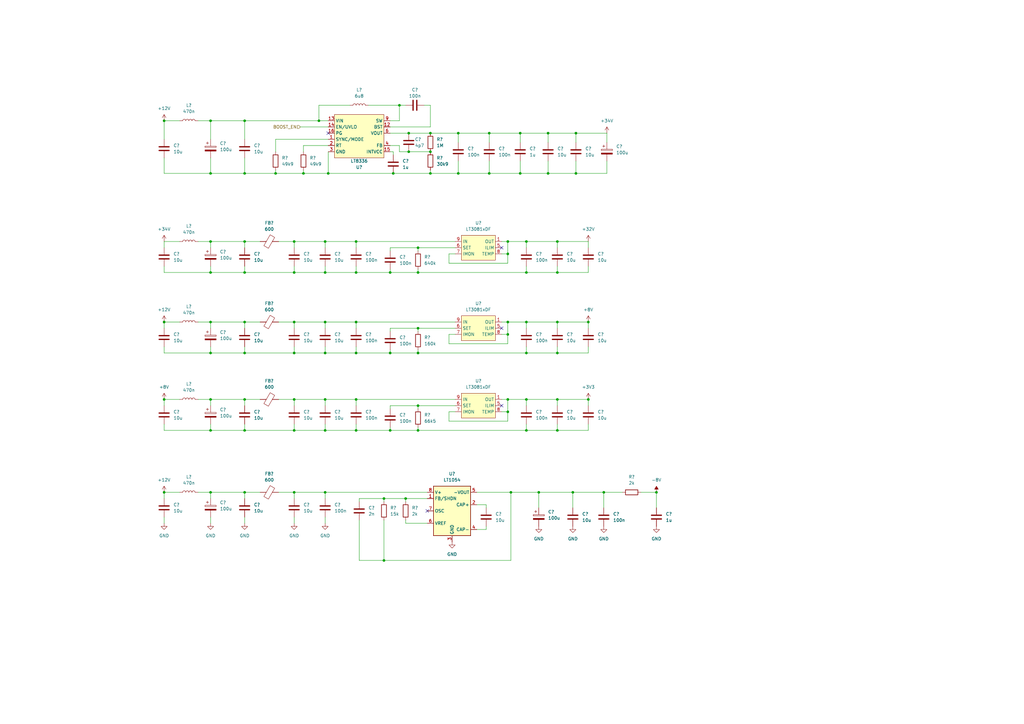
<source format=kicad_sch>
(kicad_sch (version 20211123) (generator eeschema)
  (paper "A3")
  (title_block (title "Usilitel") (date "2022-07-12") (rev "0.1") (company "M-Labs") (comment 1 "Wideband power amplifier") (comment 3 "a.k.a. topquark12") (comment 4 "Alex Wong Tat Hang"))
  (lib_symbols
    (symbol "Device:C" (pin_numbers hide) (pin_names (offset 0.254))
      (property "Reference" "C" (at 0.635 2.54 0))
      (property "Value" "C" (at 0.635 -2.54 0))
      (symbol "C_0_1"
        (polyline (pts (xy -2.032 -0.762) (xy 2.032 -0.762)) (stroke (width 0.508)))
        (polyline (pts (xy -2.032 0.762) (xy 2.032 0.762)) (stroke (width 0.508)))
      )
      (symbol "C_1_1"
        (pin passive line (at 0 3.81 270) (length 2.794) (name "~") (number "1"))
        (pin passive line (at 0 -3.81 90) (length 2.794) (name "~") (number "2"))
      )
    )
    (symbol "Device:C_Polarized" (pin_numbers hide) (pin_names (offset 0.254))
      (property "Reference" "C" (at 0.635 2.54 0))
      (property "Value" "C_Polarized" (at 0.635 -2.54 0))
      (symbol "C_Polarized_0_1"
        (rectangle (start -2.286 0.508) (end 2.286 1.016))
        (polyline (pts (xy -1.778 2.286) (xy -0.762 2.286)))
        (polyline (pts (xy -1.27 2.794) (xy -1.27 1.778)))
        (rectangle (start 2.286 -0.508) (end -2.286 -1.016) (fill (type outline)))
      )
      (symbol "C_Polarized_1_1"
        (pin passive line (at 0 3.81 270) (length 2.794) (name "~") (number "1"))
        (pin passive line (at 0 -3.81 90) (length 2.794) (name "~") (number "2"))
      )
    )
    (symbol "Device:FerriteBead" (pin_numbers hide) (pin_names (offset 0))
      (property "Reference" "FB" (at -3.81 0.635 90))
      (property "Value" "FerriteBead" (at 3.81 0 90))
      (symbol "FerriteBead_0_1"
        (polyline (pts (xy 0 -1.27) (xy 0 -1.2192)))
        (polyline (pts (xy 0 1.27) (xy 0 1.2954)))
        (polyline (pts (xy -2.7686 0.4064) (xy -1.7018 2.2606) (xy 2.7686 -0.3048) (xy 1.6764 -2.159) (xy -2.7686 0.4064)))
      )
      (symbol "FerriteBead_1_1"
        (pin passive line (at 0 3.81 270) (length 2.54) (name "~") (number "1"))
        (pin passive line (at 0 -3.81 90) (length 2.54) (name "~") (number "2"))
      )
    )
    (symbol "Device:L" (pin_numbers hide) (pin_names (offset 1.016) hide)
      (property "Reference" "L" (at -1.27 0 90))
      (property "Value" "L" (at 1.905 0 90))
      (symbol "L_0_1"
        (arc (start 0 -2.54) (mid 0.635 -1.905) (end 0 -1.27))
        (arc (start 0 -1.27) (mid 0.635 -0.635) (end 0 0))
        (arc (start 0 0) (mid 0.635 0.635) (end 0 1.27))
        (arc (start 0 1.27) (mid 0.635 1.905) (end 0 2.54))
      )
      (symbol "L_1_1"
        (pin passive line (at 0 3.81 270) (length 1.27) (name "1") (number "1"))
        (pin passive line (at 0 -3.81 90) (length 1.27) (name "2") (number "2"))
      )
    )
    (symbol "Device:R" (pin_numbers hide) (pin_names (offset 0))
      (property "Reference" "R" (at 2.032 0 90))
      (property "Value" "R" (at 0 0 90))
      (symbol "R_0_1"
        (rectangle (start -1.016 -2.54) (end 1.016 2.54) (stroke (width 0.254)))
      )
      (symbol "R_1_1"
        (pin passive line (at 0 3.81 270) (length 1.27) (name "~") (number "1"))
        (pin passive line (at 0 -3.81 90) (length 1.27) (name "~") (number "2"))
      )
    )
    (symbol "Regulator_SwitchedCapacitor:LT1054"
      (property "Reference" "U" (at -6.604 11.176 0))
      (property "Value" "LT1054" (at 4.318 11.176 0))
      (symbol "LT1054_0_1"
        (rectangle (start -7.62 10.16) (end 7.62 -10.16) (stroke (width 0.254)) (fill (type background)))
      )
      (symbol "LT1054_1_1"
        (pin input line (at -10.16 5.08 0) (length 2.54) (name "FB/SHDN") (number "1"))
        (pin input line (at 10.16 2.54 180) (length 2.54) (name "CAP+") (number "2"))
        (pin power_in line (at 0 -12.7 90) (length 2.54) (name "GND") (number "3"))
        (pin input line (at 10.16 -7.62 180) (length 2.54) (name "CAP-") (number "4"))
        (pin power_out line (at 10.16 7.62 180) (length 2.54) (name "-VOUT") (number "5"))
        (pin output line (at -10.16 -5.08 0) (length 2.54) (name "VREF") (number "6"))
        (pin input line (at -10.16 0 0) (length 2.54) (name "OSC") (number "7"))
        (pin power_in line (at -10.16 7.62 0) (length 2.54) (name "V+") (number "8"))
      )
    )
    (symbol "power:+12V" (power) (pin_names (offset 0))
      (property "Value" "+12V" (at 0 3.556 0))
      (symbol "+12V_0_1"
        (polyline (pts (xy -0.762 1.27) (xy 0 2.54)))
        (polyline (pts (xy 0 0) (xy 0 2.54)))
        (polyline (pts (xy 0 2.54) (xy 0.762 1.27)))
      )
      (symbol "+12V_1_1"
        (pin power_in line (at 0 0 90) (length 0) hide (name "+12V") (number "1"))
      )
    )
    (symbol "power:+3V3" (power) (pin_names (offset 0))
      (property "Value" "+3V3" (at 0 3.556 0))
      (symbol "+3V3_0_1"
        (polyline (pts (xy -0.762 1.27) (xy 0 2.54)))
        (polyline (pts (xy 0 0) (xy 0 2.54)))
        (polyline (pts (xy 0 2.54) (xy 0.762 1.27)))
      )
      (symbol "+3V3_1_1"
        (pin power_in line (at 0 0 90) (length 0) hide (name "+3V3") (number "1"))
      )
    )
    (symbol "power:+8V" (power) (pin_names (offset 0))
      (property "Value" "+8V" (at 0 3.556 0))
      (symbol "+8V_0_1"
        (polyline (pts (xy -0.762 1.27) (xy 0 2.54)))
        (polyline (pts (xy 0 0) (xy 0 2.54)))
        (polyline (pts (xy 0 2.54) (xy 0.762 1.27)))
      )
      (symbol "+8V_1_1"
        (pin power_in line (at 0 0 90) (length 0) hide (name "+8V") (number "1"))
      )
    )
    (symbol "power:-8V" (power) (pin_names (offset 0))
      (property "Value" "-8V" (at 0 3.81 0))
      (symbol "-8V_0_0"
        (pin power_in line (at 0 0 90) (length 0) hide (name "-8V") (number "1"))
      )
      (symbol "-8V_0_1"
        (polyline (pts (xy 0 0) (xy 0 1.27) (xy 0.762 1.27) (xy 0 2.54) (xy -0.762 1.27) (xy 0 1.27)) (fill (type outline)))
      )
    )
    (symbol "power:GND" (power) (pin_names (offset 0))
      (property "Value" "GND" (at 0 -3.81 0))
      (symbol "GND_0_1"
        (polyline (pts (xy 0 0) (xy 0 -1.27) (xy 1.27 -1.27) (xy 0 -2.54) (xy -1.27 -1.27) (xy 0 -1.27)))
      )
      (symbol "GND_1_1"
        (pin power_in line (at 0 0 270) (length 0) hide (name "GND") (number "1"))
      )
    )
    (symbol "usilitel:+32V" (power) (pin_names (offset 0))
      (property "Value" "+32V" (at 0 3.556 0))
      (symbol "+32V_0_1"
        (polyline (pts (xy -0.762 1.27) (xy 0 2.54)))
        (polyline (pts (xy 0 0) (xy 0 2.54)))
        (polyline (pts (xy 0 2.54) (xy 0.762 1.27)))
      )
      (symbol "+32V_1_1"
        (pin power_in line (at 0 0 90) (length 0) hide (name "+32V") (number "1"))
      )
    )
    (symbol "usilitel:+34V" (power) (pin_names (offset 0))
      (property "Value" "+34V" (at 0 3.556 0))
      (symbol "+34V_0_1"
        (polyline (pts (xy -0.762 1.27) (xy 0 2.54)))
        (polyline (pts (xy 0 0) (xy 0 2.54)))
        (polyline (pts (xy 0 2.54) (xy 0.762 1.27)))
      )
      (symbol "+34V_1_1"
        (pin power_in line (at 0 0 90) (length 0) hide (name "+34V") (number "1"))
      )
    )
    (symbol "usilitel:LT3081xDF"
      (property "Reference" "U" (at 0 -8.89 0))
      (property "Value" "LT3081xDF" (at 0 -6.35 0))
      (symbol "LT3081xDF_0_0"
        (pin power_out line (at 10.16 2.54 180) (length 2.54) (name "OUT") (number "1"))
        (pin power_in line (at -8.89 2.54 0) (length 2.54) hide (name "IN") (number "10"))
        (pin power_in line (at -8.89 2.54 0) (length 2.54) hide (name "IN") (number "11"))
        (pin power_in line (at -8.89 2.54 0) (length 2.54) hide (name "IN") (number "12"))
        (pin passive line (at 10.16 2.54 180) (length 2.54) hide (name "OUT") (number "13"))
        (pin passive line (at 10.16 2.54 180) (length 2.54) hide (name "OUT") (number "2"))
        (pin passive line (at 10.16 2.54 180) (length 2.54) hide (name "OUT") (number "3"))
        (pin passive line (at 10.16 2.54 180) (length 2.54) hide (name "OUT") (number "4"))
        (pin input line (at 10.16 0 180) (length 2.54) (name "ILIM") (number "5"))
        (pin input line (at -8.89 0 0) (length 2.54) (name "SET") (number "6"))
        (pin passive line (at -8.89 -2.54 0) (length 2.54) (name "IMON") (number "7"))
        (pin passive line (at 10.16 -2.54 180) (length 2.54) (name "TEMP") (number "8"))
        (pin power_in line (at -8.89 2.54 0) (length 2.54) (name "IN") (number "9"))
      )
      (symbol "LT3081xDF_0_1"
        (rectangle (start -6.35 5.08) (end 7.62 -5.08) (stroke (width 0.1524)) (fill (type background)))
      )
    )
    (symbol "usilitel:LT8336"
      (property "Reference" "U" (at 0 -15.24 0))
      (property "Value" "LT8336" (at 0 -12.7 0))
      (symbol "LT8336_0_0"
        (pin input line (at -12.7 -2.54 0) (length 2.54) (name "SYNC/MODE") (number "1"))
        (pin input line (at 12.7 5.08 180) (length 2.54) hide (name "SW") (number "10"))
        (pin input line (at 12.7 5.08 180) (length 2.54) hide (name "SW") (number "11"))
        (pin input line (at 12.7 2.54 180) (length 2.54) (name "BST") (number "12"))
        (pin power_in line (at -12.7 5.08 0) (length 2.54) (name "VIN") (number "13"))
        (pin input line (at -12.7 2.54 0) (length 2.54) (name "EN/UVLO") (number "14"))
        (pin output line (at 12.7 -7.62 180) (length 2.54) (name "INTVCC") (number "15"))
        (pin output line (at -12.7 0 0) (length 2.54) (name "PG") (number "16"))
        (pin power_in line (at -12.7 -7.62 0) (length 2.54) hide (name "GND") (number "17"))
        (pin input line (at -12.7 -5.08 0) (length 2.54) (name "RT") (number "2"))
        (pin power_in line (at -12.7 -7.62 0) (length 2.54) (name "GND") (number "3"))
        (pin input line (at 12.7 -5.08 180) (length 2.54) (name "FB") (number "4"))
        (pin power_in line (at -12.7 -7.62 0) (length 2.54) hide (name "GND") (number "5"))
        (pin power_out line (at 12.7 0 180) (length 2.54) (name "VOUT") (number "6"))
        (pin passive line (at 12.7 0 180) (length 2.54) hide (name "VOUT") (number "7"))
        (pin power_in line (at -12.7 -7.62 0) (length 2.54) hide (name "GND") (number "8"))
        (pin input line (at 12.7 5.08 180) (length 2.54) (name "SW") (number "9"))
      )
      (symbol "LT8336_0_1"
        (rectangle (start -10.16 7.62) (end 10.16 -10.16) (fill (type background)))
      )
    )
  )
  (junction (at 200.66 54.61))
  (junction (at 220.98 201.93))
  (junction (at 120.65 111.76))
  (junction (at 228.6 111.76))
  (junction (at 100.33 71.12))
  (junction (at 200.66 71.12))
  (junction (at 209.55 201.93))
  (junction (at 160.02 144.78))
  (junction (at 133.35 144.78))
  (junction (at 161.29 71.12))
  (junction (at 67.31 132.08))
  (junction (at 269.24 201.93))
  (junction (at 166.37 204.47))
  (junction (at 241.3 163.83))
  (junction (at 241.3 132.08))
  (junction (at 86.36 201.93))
  (junction (at 208.28 168.91))
  (junction (at 120.65 176.53))
  (junction (at 146.05 144.78))
  (junction (at 215.9 144.78))
  (junction (at 236.22 71.12))
  (junction (at 208.28 99.06))
  (junction (at 163.83 43.18))
  (junction (at 86.36 144.78))
  (junction (at 228.6 132.08))
  (junction (at 100.33 99.06))
  (junction (at 171.45 176.53))
  (junction (at 234.95 201.93))
  (junction (at 100.33 201.93))
  (junction (at 86.36 111.76))
  (junction (at 171.45 111.76))
  (junction (at 67.31 201.93))
  (junction (at 171.45 144.78))
  (junction (at 100.33 132.08))
  (junction (at 171.45 101.6))
  (junction (at 146.05 99.06))
  (junction (at 167.64 62.23))
  (junction (at 133.35 99.06))
  (junction (at 113.03 71.12))
  (junction (at 213.36 54.61))
  (junction (at 133.35 111.76))
  (junction (at 100.33 111.76))
  (junction (at 160.02 176.53))
  (junction (at 215.9 176.53))
  (junction (at 160.02 111.76))
  (junction (at 86.36 176.53))
  (junction (at 67.31 163.83))
  (junction (at 120.65 163.83))
  (junction (at 236.22 54.61))
  (junction (at 215.9 132.08))
  (junction (at 247.65 201.93))
  (junction (at 86.36 49.53))
  (junction (at 171.45 134.62))
  (junction (at 133.35 176.53))
  (junction (at 146.05 176.53))
  (junction (at 208.28 137.16))
  (junction (at 215.9 111.76))
  (junction (at 228.6 176.53))
  (junction (at 176.53 71.12))
  (junction (at 208.28 104.14))
  (junction (at 146.05 163.83))
  (junction (at 120.65 144.78))
  (junction (at 100.33 176.53))
  (junction (at 86.36 99.06))
  (junction (at 134.62 71.12))
  (junction (at 215.9 163.83))
  (junction (at 157.48 229.87))
  (junction (at 120.65 201.93))
  (junction (at 86.36 163.83))
  (junction (at 224.79 71.12))
  (junction (at 100.33 163.83))
  (junction (at 187.96 71.12))
  (junction (at 100.33 144.78))
  (junction (at 120.65 132.08))
  (junction (at 213.36 71.12))
  (junction (at 215.9 99.06))
  (junction (at 86.36 71.12))
  (junction (at 100.33 49.53))
  (junction (at 176.53 54.61))
  (junction (at 86.36 132.08))
  (junction (at 228.6 99.06))
  (junction (at 167.64 54.61))
  (junction (at 208.28 163.83))
  (junction (at 208.28 132.08))
  (junction (at 157.48 204.47))
  (junction (at 67.31 49.53))
  (junction (at 133.35 163.83))
  (junction (at 228.6 163.83))
  (junction (at 224.79 54.61))
  (junction (at 133.35 201.93))
  (junction (at 171.45 166.37))
  (junction (at 187.96 54.61))
  (junction (at 133.35 132.08))
  (junction (at 228.6 144.78))
  (junction (at 146.05 111.76))
  (junction (at 124.46 71.12))
  (junction (at 176.53 62.23))
  (junction (at 120.65 99.06))
  (junction (at 130.81 49.53))
  (junction (at 146.05 132.08))
  (no_connect (at 205.74 134.62))
  (no_connect (at 134.62 54.61))
  (no_connect (at 175.26 209.55))
  (no_connect (at 205.74 101.6))
  (no_connect (at 205.74 166.37))
  (wire (pts (xy 114.3 201.93) (xy 120.65 201.93)))
  (wire (pts (xy 100.33 99.06) (xy 106.68 99.06)))
  (wire (pts (xy 100.33 144.78) (xy 120.65 144.78)))
  (wire (pts (xy 184.15 168.91) (xy 186.69 168.91)))
  (wire (pts (xy 146.05 111.76) (xy 160.02 111.76)))
  (wire (pts (xy 171.45 134.62) (xy 186.69 134.62)))
  (wire (pts (xy 113.03 57.15) (xy 134.62 57.15)))
  (wire (pts (xy 208.28 104.14) (xy 205.74 104.14)))
  (wire (pts (xy 160.02 135.89) (xy 160.02 134.62)))
  (wire (pts (xy 241.3 176.53) (xy 228.6 176.53)))
  (wire (pts (xy 146.05 163.83) (xy 186.69 163.83)))
  (wire (pts (xy 171.45 176.53) (xy 171.45 175.26)))
  (wire (pts (xy 81.28 49.53) (xy 86.36 49.53)))
  (wire (pts (xy 160.02 102.87) (xy 160.02 101.6)))
  (wire (pts (xy 215.9 101.6) (xy 215.9 99.06)))
  (wire (pts (xy 241.3 111.76) (xy 228.6 111.76)))
  (wire (pts (xy 236.22 54.61) (xy 224.79 54.61)))
  (wire (pts (xy 133.35 163.83) (xy 120.65 163.83)))
  (wire (pts (xy 124.46 71.12) (xy 113.03 71.12)))
  (wire (pts (xy 120.65 201.93) (xy 120.65 204.47)))
  (wire (pts (xy 215.9 163.83) (xy 208.28 163.83)))
  (wire (pts (xy 86.36 49.53) (xy 100.33 49.53)))
  (wire (pts (xy 215.9 173.99) (xy 215.9 176.53)))
  (wire (pts (xy 184.15 137.16) (xy 186.69 137.16)))
  (wire (pts (xy 86.36 176.53) (xy 100.33 176.53)))
  (wire (pts (xy 146.05 101.6) (xy 146.05 99.06)))
  (wire (pts (xy 241.3 142.24) (xy 241.3 144.78)))
  (wire (pts (xy 163.83 43.18) (xy 163.83 49.53)))
  (wire (pts (xy 100.33 163.83) (xy 106.68 163.83)))
  (wire (pts (xy 215.9 142.24) (xy 215.9 144.78)))
  (wire (pts (xy 236.22 54.61) (xy 236.22 58.42)))
  (wire (pts (xy 215.9 134.62) (xy 215.9 132.08)))
  (wire (pts (xy 157.48 204.47) (xy 166.37 204.47)))
  (wire (pts (xy 228.6 142.24) (xy 228.6 144.78)))
  (wire (pts (xy 146.05 176.53) (xy 160.02 176.53)))
  (wire (pts (xy 134.62 62.23) (xy 134.62 71.12)))
  (wire (pts (xy 215.9 132.08) (xy 208.28 132.08)))
  (wire (pts (xy 205.74 163.83) (xy 208.28 163.83)))
  (wire (pts (xy 248.92 58.42) (xy 248.92 54.61)))
  (wire (pts (xy 86.36 71.12) (xy 100.33 71.12)))
  (wire (pts (xy 160.02 54.61) (xy 167.64 54.61)))
  (wire (pts (xy 228.6 101.6) (xy 228.6 99.06)))
  (wire (pts (xy 167.64 54.61) (xy 176.53 54.61)))
  (wire (pts (xy 215.9 176.53) (xy 171.45 176.53)))
  (wire (pts (xy 176.53 69.85) (xy 176.53 71.12)))
  (wire (pts (xy 166.37 204.47) (xy 166.37 205.74)))
  (wire (pts (xy 163.83 59.69) (xy 160.02 59.69)))
  (wire (pts (xy 86.36 111.76) (xy 86.36 109.22)))
  (wire (pts (xy 208.28 172.72) (xy 208.28 168.91)))
  (wire (pts (xy 100.33 176.53) (xy 120.65 176.53)))
  (wire (pts (xy 171.45 101.6) (xy 186.69 101.6)))
  (wire (pts (xy 120.65 144.78) (xy 120.65 142.24)))
  (wire (pts (xy 213.36 54.61) (xy 200.66 54.61)))
  (wire (pts (xy 199.39 207.01) (xy 199.39 208.28)))
  (wire (pts (xy 86.36 214.63) (xy 86.36 212.09)))
  (wire (pts (xy 184.15 104.14) (xy 186.69 104.14)))
  (wire (pts (xy 146.05 163.83) (xy 133.35 163.83)))
  (wire (pts (xy 208.28 132.08) (xy 208.28 137.16)))
  (wire (pts (xy 166.37 204.47) (xy 175.26 204.47)))
  (wire (pts (xy 241.3 109.22) (xy 241.3 111.76)))
  (wire (pts (xy 184.15 140.97) (xy 208.28 140.97)))
  (wire (pts (xy 67.31 132.08) (xy 73.66 132.08)))
  (wire (pts (xy 133.35 144.78) (xy 133.35 142.24)))
  (wire (pts (xy 215.9 166.37) (xy 215.9 163.83)))
  (wire (pts (xy 120.65 176.53) (xy 133.35 176.53)))
  (wire (pts (xy 160.02 167.64) (xy 160.02 166.37)))
  (wire (pts (xy 134.62 71.12) (xy 161.29 71.12)))
  (wire (pts (xy 81.28 201.93) (xy 86.36 201.93)))
  (wire (pts (xy 86.36 134.62) (xy 86.36 132.08)))
  (wire (pts (xy 67.31 163.83) (xy 73.66 163.83)))
  (wire (pts (xy 205.74 99.06) (xy 208.28 99.06)))
  (wire (pts (xy 171.45 166.37) (xy 186.69 166.37)))
  (wire (pts (xy 228.6 176.53) (xy 215.9 176.53)))
  (wire (pts (xy 100.33 111.76) (xy 120.65 111.76)))
  (wire (pts (xy 228.6 111.76) (xy 215.9 111.76)))
  (wire (pts (xy 114.3 99.06) (xy 120.65 99.06)))
  (wire (pts (xy 100.33 201.93) (xy 106.68 201.93)))
  (wire (pts (xy 208.28 168.91) (xy 205.74 168.91)))
  (wire (pts (xy 123.19 52.07) (xy 134.62 52.07)))
  (wire (pts (xy 130.81 49.53) (xy 130.81 43.18)))
  (wire (pts (xy 205.74 132.08) (xy 208.28 132.08)))
  (wire (pts (xy 146.05 111.76) (xy 146.05 109.22)))
  (wire (pts (xy 130.81 49.53) (xy 134.62 49.53)))
  (wire (pts (xy 224.79 54.61) (xy 224.79 58.42)))
  (wire (pts (xy 120.65 176.53) (xy 120.65 173.99)))
  (wire (pts (xy 228.6 99.06) (xy 215.9 99.06)))
  (wire (pts (xy 248.92 66.04) (xy 248.92 71.12)))
  (wire (pts (xy 171.45 102.87) (xy 171.45 101.6)))
  (wire (pts (xy 120.65 134.62) (xy 120.65 132.08)))
  (wire (pts (xy 187.96 54.61) (xy 187.96 58.42)))
  (wire (pts (xy 67.31 49.53) (xy 73.66 49.53)))
  (wire (pts (xy 220.98 201.93) (xy 220.98 208.28)))
  (wire (pts (xy 134.62 71.12) (xy 124.46 71.12)))
  (wire (pts (xy 200.66 66.04) (xy 200.66 71.12)))
  (wire (pts (xy 100.33 144.78) (xy 100.33 142.24)))
  (wire (pts (xy 100.33 111.76) (xy 100.33 109.22)))
  (wire (pts (xy 113.03 62.23) (xy 113.03 57.15)))
  (wire (pts (xy 241.3 144.78) (xy 228.6 144.78)))
  (wire (pts (xy 100.33 101.6) (xy 100.33 99.06)))
  (wire (pts (xy 146.05 134.62) (xy 146.05 132.08)))
  (wire (pts (xy 157.48 205.74) (xy 157.48 204.47)))
  (wire (pts (xy 157.48 229.87) (xy 209.55 229.87)))
  (wire (pts (xy 130.81 43.18) (xy 143.51 43.18)))
  (wire (pts (xy 215.9 144.78) (xy 171.45 144.78)))
  (wire (pts (xy 209.55 229.87) (xy 209.55 201.93)))
  (wire (pts (xy 171.45 111.76) (xy 171.45 110.49)))
  (wire (pts (xy 234.95 201.93) (xy 234.95 208.28)))
  (wire (pts (xy 161.29 71.12) (xy 176.53 71.12)))
  (wire (pts (xy 161.29 62.23) (xy 161.29 63.5)))
  (wire (pts (xy 81.28 163.83) (xy 86.36 163.83)))
  (wire (pts (xy 176.53 62.23) (xy 167.64 62.23)))
  (wire (pts (xy 146.05 144.78) (xy 146.05 142.24)))
  (wire (pts (xy 133.35 166.37) (xy 133.35 163.83)))
  (wire (pts (xy 248.92 71.12) (xy 236.22 71.12)))
  (wire (pts (xy 199.39 215.9) (xy 199.39 217.17)))
  (wire (pts (xy 124.46 59.69) (xy 134.62 59.69)))
  (wire (pts (xy 163.83 43.18) (xy 166.37 43.18)))
  (wire (pts (xy 248.92 54.61) (xy 236.22 54.61)))
  (wire (pts (xy 120.65 214.63) (xy 120.65 212.09)))
  (wire (pts (xy 160.02 111.76) (xy 171.45 111.76)))
  (wire (pts (xy 146.05 144.78) (xy 160.02 144.78)))
  (wire (pts (xy 213.36 66.04) (xy 213.36 71.12)))
  (wire (pts (xy 120.65 111.76) (xy 120.65 109.22)))
  (wire (pts (xy 100.33 132.08) (xy 106.68 132.08)))
  (wire (pts (xy 86.36 132.08) (xy 100.33 132.08)))
  (wire (pts (xy 160.02 176.53) (xy 171.45 176.53)))
  (wire (pts (xy 187.96 71.12) (xy 176.53 71.12)))
  (wire (pts (xy 120.65 201.93) (xy 133.35 201.93)))
  (wire (pts (xy 86.36 204.47) (xy 86.36 201.93)))
  (wire (pts (xy 195.58 207.01) (xy 199.39 207.01)))
  (wire (pts (xy 213.36 71.12) (xy 200.66 71.12)))
  (wire (pts (xy 86.36 163.83) (xy 100.33 163.83)))
  (wire (pts (xy 262.89 201.93) (xy 269.24 201.93)))
  (wire (pts (xy 163.83 62.23) (xy 163.83 59.69)))
  (wire (pts (xy 86.36 201.93) (xy 100.33 201.93)))
  (wire (pts (xy 147.32 204.47) (xy 157.48 204.47)))
  (wire (pts (xy 133.35 201.93) (xy 175.26 201.93)))
  (wire (pts (xy 224.79 54.61) (xy 213.36 54.61)))
  (wire (pts (xy 228.6 144.78) (xy 215.9 144.78)))
  (wire (pts (xy 208.28 163.83) (xy 208.28 168.91)))
  (wire (pts (xy 213.36 54.61) (xy 213.36 58.42)))
  (wire (pts (xy 81.28 99.06) (xy 86.36 99.06)))
  (wire (pts (xy 187.96 54.61) (xy 176.53 54.61)))
  (wire (pts (xy 67.31 176.53) (xy 86.36 176.53)))
  (wire (pts (xy 133.35 204.47) (xy 133.35 201.93)))
  (wire (pts (xy 176.53 52.07) (xy 176.53 43.18)))
  (wire (pts (xy 67.31 64.77) (xy 67.31 71.12)))
  (wire (pts (xy 224.79 71.12) (xy 213.36 71.12)))
  (wire (pts (xy 86.36 176.53) (xy 86.36 173.99)))
  (wire (pts (xy 208.28 99.06) (xy 208.28 104.14)))
  (wire (pts (xy 163.83 49.53) (xy 160.02 49.53)))
  (wire (pts (xy 171.45 144.78) (xy 171.45 143.51)))
  (wire (pts (xy 247.65 201.93) (xy 255.27 201.93)))
  (wire (pts (xy 200.66 71.12) (xy 187.96 71.12)))
  (wire (pts (xy 157.48 213.36) (xy 157.48 229.87)))
  (wire (pts (xy 133.35 101.6) (xy 133.35 99.06)))
  (wire (pts (xy 67.31 166.37) (xy 67.31 163.83)))
  (wire (pts (xy 236.22 66.04) (xy 236.22 71.12)))
  (wire (pts (xy 166.37 213.36) (xy 166.37 214.63)))
  (wire (pts (xy 269.24 201.93) (xy 269.24 208.28)))
  (wire (pts (xy 67.31 204.47) (xy 67.31 201.93)))
  (wire (pts (xy 81.28 132.08) (xy 86.36 132.08)))
  (wire (pts (xy 234.95 201.93) (xy 247.65 201.93)))
  (wire (pts (xy 160.02 62.23) (xy 161.29 62.23)))
  (wire (pts (xy 113.03 71.12) (xy 113.03 69.85)))
  (wire (pts (xy 184.15 172.72) (xy 208.28 172.72)))
  (wire (pts (xy 160.02 166.37) (xy 171.45 166.37)))
  (wire (pts (xy 133.35 111.76) (xy 146.05 111.76)))
  (wire (pts (xy 208.28 107.95) (xy 208.28 104.14)))
  (wire (pts (xy 166.37 214.63) (xy 175.26 214.63)))
  (wire (pts (xy 228.6 163.83) (xy 215.9 163.83)))
  (wire (pts (xy 86.36 166.37) (xy 86.36 163.83)))
  (wire (pts (xy 86.36 144.78) (xy 100.33 144.78)))
  (wire (pts (xy 86.36 111.76) (xy 100.33 111.76)))
  (wire (pts (xy 209.55 201.93) (xy 195.58 201.93)))
  (wire (pts (xy 200.66 54.61) (xy 187.96 54.61)))
  (wire (pts (xy 228.6 166.37) (xy 228.6 163.83)))
  (wire (pts (xy 184.15 104.14) (xy 184.15 107.95)))
  (wire (pts (xy 241.3 134.62) (xy 241.3 132.08)))
  (wire (pts (xy 247.65 201.93) (xy 247.65 208.28)))
  (wire (pts (xy 133.35 176.53) (xy 133.35 173.99)))
  (wire (pts (xy 100.33 166.37) (xy 100.33 163.83)))
  (wire (pts (xy 67.31 176.53) (xy 67.31 173.99)))
  (wire (pts (xy 184.15 168.91) (xy 184.15 172.72)))
  (wire (pts (xy 133.35 144.78) (xy 146.05 144.78)))
  (wire (pts (xy 133.35 111.76) (xy 133.35 109.22)))
  (wire (pts (xy 86.36 144.78) (xy 86.36 142.24)))
  (wire (pts (xy 67.31 111.76) (xy 86.36 111.76)))
  (wire (pts (xy 160.02 52.07) (xy 176.53 52.07)))
  (wire (pts (xy 86.36 64.77) (xy 86.36 71.12)))
  (wire (pts (xy 133.35 214.63) (xy 133.35 212.09)))
  (wire (pts (xy 228.6 134.62) (xy 228.6 132.08)))
  (wire (pts (xy 215.9 109.22) (xy 215.9 111.76)))
  (wire (pts (xy 151.13 43.18) (xy 163.83 43.18)))
  (wire (pts (xy 146.05 176.53) (xy 146.05 173.99)))
  (wire (pts (xy 236.22 71.12) (xy 224.79 71.12)))
  (wire (pts (xy 120.65 101.6) (xy 120.65 99.06)))
  (wire (pts (xy 208.28 140.97) (xy 208.28 137.16)))
  (wire (pts (xy 147.32 213.36) (xy 147.32 229.87)))
  (wire (pts (xy 67.31 214.63) (xy 67.31 212.09)))
  (wire (pts (xy 120.65 166.37) (xy 120.65 163.83)))
  (wire (pts (xy 86.36 57.15) (xy 86.36 49.53)))
  (wire (pts (xy 133.35 99.06) (xy 120.65 99.06)))
  (wire (pts (xy 241.3 132.08) (xy 228.6 132.08)))
  (wire (pts (xy 124.46 62.23) (xy 124.46 59.69)))
  (wire (pts (xy 100.33 71.12) (xy 113.03 71.12)))
  (wire (pts (xy 100.33 176.53) (xy 100.33 173.99)))
  (wire (pts (xy 176.53 43.18) (xy 173.99 43.18)))
  (wire (pts (xy 67.31 111.76) (xy 67.31 109.22)))
  (wire (pts (xy 100.33 204.47) (xy 100.33 201.93)))
  (wire (pts (xy 67.31 201.93) (xy 73.66 201.93)))
  (wire (pts (xy 228.6 109.22) (xy 228.6 111.76)))
  (wire (pts (xy 241.3 166.37) (xy 241.3 163.83)))
  (wire (pts (xy 86.36 101.6) (xy 86.36 99.06)))
  (wire (pts (xy 215.9 99.06) (xy 208.28 99.06)))
  (wire (pts (xy 146.05 132.08) (xy 133.35 132.08)))
  (wire (pts (xy 147.32 205.74) (xy 147.32 204.47)))
  (wire (pts (xy 167.64 62.23) (xy 163.83 62.23)))
  (wire (pts (xy 160.02 176.53) (xy 160.02 175.26)))
  (wire (pts (xy 124.46 71.12) (xy 124.46 69.85)))
  (wire (pts (xy 171.45 167.64) (xy 171.45 166.37)))
  (wire (pts (xy 146.05 99.06) (xy 186.69 99.06)))
  (wire (pts (xy 241.3 99.06) (xy 228.6 99.06)))
  (wire (pts (xy 184.15 137.16) (xy 184.15 140.97)))
  (wire (pts (xy 187.96 66.04) (xy 187.96 71.12)))
  (wire (pts (xy 241.3 163.83) (xy 228.6 163.83)))
  (wire (pts (xy 120.65 144.78) (xy 133.35 144.78)))
  (wire (pts (xy 146.05 166.37) (xy 146.05 163.83)))
  (wire (pts (xy 228.6 132.08) (xy 215.9 132.08)))
  (wire (pts (xy 160.02 144.78) (xy 160.02 143.51)))
  (wire (pts (xy 67.31 57.15) (xy 67.31 49.53)))
  (wire (pts (xy 209.55 201.93) (xy 220.98 201.93)))
  (wire (pts (xy 146.05 99.06) (xy 133.35 99.06)))
  (wire (pts (xy 215.9 111.76) (xy 171.45 111.76)))
  (wire (pts (xy 171.45 135.89) (xy 171.45 134.62)))
  (wire (pts (xy 114.3 163.83) (xy 120.65 163.83)))
  (wire (pts (xy 147.32 229.87) (xy 157.48 229.87)))
  (wire (pts (xy 100.33 57.15) (xy 100.33 49.53)))
  (wire (pts (xy 67.31 134.62) (xy 67.31 132.08)))
  (wire (pts (xy 67.31 71.12) (xy 86.36 71.12)))
  (wire (pts (xy 100.33 49.53) (xy 130.81 49.53)))
  (wire (pts (xy 114.3 132.08) (xy 120.65 132.08)))
  (wire (pts (xy 200.66 54.61) (xy 200.66 58.42)))
  (wire (pts (xy 67.31 144.78) (xy 67.31 142.24)))
  (wire (pts (xy 133.35 176.53) (xy 146.05 176.53)))
  (wire (pts (xy 133.35 134.62) (xy 133.35 132.08)))
  (wire (pts (xy 199.39 217.17) (xy 195.58 217.17)))
  (wire (pts (xy 160.02 101.6) (xy 171.45 101.6)))
  (wire (pts (xy 86.36 99.06) (xy 100.33 99.06)))
  (wire (pts (xy 100.33 134.62) (xy 100.33 132.08)))
  (wire (pts (xy 67.31 99.06) (xy 73.66 99.06)))
  (wire (pts (xy 241.3 173.99) (xy 241.3 176.53)))
  (wire (pts (xy 220.98 201.93) (xy 234.95 201.93)))
  (wire (pts (xy 100.33 64.77) (xy 100.33 71.12)))
  (wire (pts (xy 100.33 214.63) (xy 100.33 212.09)))
  (wire (pts (xy 146.05 132.08) (xy 186.69 132.08)))
  (wire (pts (xy 208.28 137.16) (xy 205.74 137.16)))
  (wire (pts (xy 67.31 101.6) (xy 67.31 99.06)))
  (wire (pts (xy 67.31 144.78) (xy 86.36 144.78)))
  (wire (pts (xy 120.65 111.76) (xy 133.35 111.76)))
  (wire (pts (xy 184.15 107.95) (xy 208.28 107.95)))
  (wire (pts (xy 133.35 132.08) (xy 120.65 132.08)))
  (wire (pts (xy 224.79 66.04) (xy 224.79 71.12)))
  (wire (pts (xy 241.3 101.6) (xy 241.3 99.06)))
  (wire (pts (xy 160.02 111.76) (xy 160.02 110.49)))
  (wire (pts (xy 160.02 134.62) (xy 171.45 134.62)))
  (wire (pts (xy 160.02 144.78) (xy 171.45 144.78)))
  (wire (pts (xy 228.6 173.99) (xy 228.6 176.53)))
  (hierarchical_label "BOOST_EN" (shape input) (at 123.19 52.07 180))
  (symbol (lib_id "Device:C") (at 120.65 170.18 0) (unit 1)
    (property "Reference" "C?" (at 124.46 168.9099 0) (effects (justify left)))
    (property "Value" "10u" (at 124.46 171.4499 0) (effects (justify left)))
  )
  (symbol (lib_id "Device:R") (at 124.46 66.04 0) (unit 1)
    (property "Reference" "R?" (at 127 64.7699 0) (effects (justify left)))
    (property "Value" "49k9" (at 127 67.3099 0) (effects (justify left)))
  )
  (symbol (lib_id "power:+3V3") (at 241.3 163.83 0) (unit 1)
    (property "Reference" "#PWR?" (effects hide))
    (property "Value" "+3V3" (at 241.3 158.75 0))
  )
  (symbol (lib_id "Device:R") (at 171.45 106.68 0) (unit 1)
    (property "Reference" "R?" (at 173.99 105.4099 0) (effects (justify left)))
    (property "Value" "640k" (at 173.99 107.9499 0) (effects (justify left)))
  )
  (symbol (lib_id "Device:L") (at 77.47 99.06 90) (unit 1)
    (property "Reference" "L?" (at 77.47 92.71 90))
    (property "Value" "470n" (at 77.47 95.25 90))
  )
  (symbol (lib_id "Device:C") (at 67.31 60.96 0) (unit 1)
    (property "Reference" "C?" (at 71.12 59.6899 0) (effects (justify left)))
    (property "Value" "10u" (at 71.12 62.2299 0) (effects (justify left)))
  )
  (symbol (lib_id "Device:C") (at 228.6 170.18 0) (unit 1)
    (property "Reference" "C?" (at 232.41 168.9099 0) (effects (justify left)))
    (property "Value" "10u" (at 232.41 171.4499 0) (effects (justify left)))
  )
  (symbol (lib_id "Device:C_Polarized") (at 86.36 208.28 0) (unit 1)
    (property "Reference" "C?" (at 90.17 206.1209 0) (effects (justify left)))
    (property "Value" "100u" (at 90.17 208.6609 0) (effects (justify left)))
  )
  (symbol (lib_id "Device:C") (at 215.9 138.43 0) (unit 1)
    (property "Reference" "C?" (at 219.71 137.1599 0) (effects (justify left)))
    (property "Value" "100n" (at 219.71 139.6999 0) (effects (justify left)))
  )
  (symbol (lib_id "Device:C") (at 146.05 105.41 0) (unit 1)
    (property "Reference" "C?" (at 149.86 104.1399 0) (effects (justify left)))
    (property "Value" "100n" (at 149.86 106.6799 0) (effects (justify left)))
  )
  (symbol (lib_id "Device:C") (at 224.79 62.23 0) (unit 1)
    (property "Reference" "C?" (at 228.6 60.9599 0) (effects (justify left)))
    (property "Value" "10u" (at 228.6 63.4999 0) (effects (justify left)))
  )
  (symbol (lib_id "power:+12V") (at 67.31 201.93 0) (unit 1)
    (property "Reference" "#PWR?" (effects hide))
    (property "Value" "+12V" (at 67.31 196.85 0))
  )
  (symbol (lib_id "Device:C") (at 200.66 62.23 0) (unit 1)
    (property "Reference" "C?" (at 204.47 60.9599 0) (effects (justify left)))
    (property "Value" "100n" (at 204.47 63.4999 0) (effects (justify left)))
  )
  (symbol (lib_id "Device:FerriteBead") (at 110.49 201.93 90) (unit 1)
    (property "Reference" "FB?" (at 110.4392 194.31 90))
    (property "Value" "600" (at 110.4392 196.85 90))
  )
  (symbol (lib_id "Device:C_Polarized") (at 86.36 105.41 0) (unit 1)
    (property "Reference" "C?" (at 90.17 103.2509 0) (effects (justify left)))
    (property "Value" "100u" (at 90.17 105.7909 0) (effects (justify left)))
  )
  (symbol (lib_id "Device:C") (at 100.33 170.18 0) (unit 1)
    (property "Reference" "C?" (at 104.14 168.9099 0) (effects (justify left)))
    (property "Value" "10u" (at 104.14 171.4499 0) (effects (justify left)))
  )
  (symbol (lib_id "Device:C") (at 247.65 212.09 0) (unit 1)
    (property "Reference" "C?" (at 251.46 210.8199 0) (effects (justify left)))
    (property "Value" "100n" (at 251.46 213.3599 0) (effects (justify left)))
  )
  (symbol (lib_id "Device:C") (at 67.31 170.18 0) (unit 1)
    (property "Reference" "C?" (at 71.12 168.9099 0) (effects (justify left)))
    (property "Value" "10u" (at 71.12 171.4499 0) (effects (justify left)))
  )
  (symbol (lib_id "Device:L") (at 77.47 163.83 90) (unit 1)
    (property "Reference" "L?" (at 77.47 157.48 90))
    (property "Value" "470n" (at 77.47 160.02 90))
  )
  (symbol (lib_id "Device:L") (at 77.47 132.08 90) (unit 1)
    (property "Reference" "L?" (at 77.47 125.73 90))
    (property "Value" "470n" (at 77.47 128.27 90))
  )
  (symbol (lib_id "Device:C_Polarized") (at 248.92 62.23 0) (unit 1)
    (property "Reference" "C?" (at 252.73 60.0709 0) (effects (justify left)))
    (property "Value" "100u" (at 252.73 62.6109 0) (effects (justify left)))
  )
  (symbol (lib_id "Device:C") (at 228.6 105.41 0) (unit 1)
    (property "Reference" "C?" (at 232.41 104.1399 0) (effects (justify left)))
    (property "Value" "10u" (at 232.41 106.6799 0) (effects (justify left)))
  )
  (symbol (lib_id "Device:L") (at 147.32 43.18 90) (unit 1)
    (property "Reference" "L?" (at 147.32 36.83 90))
    (property "Value" "6u8" (at 147.32 39.37 90))
  )
  (symbol (lib_id "Device:C") (at 133.35 208.28 0) (unit 1)
    (property "Reference" "C?" (at 137.16 207.0099 0) (effects (justify left)))
    (property "Value" "100n" (at 137.16 209.5499 0) (effects (justify left)))
  )
  (symbol (lib_id "Device:R") (at 166.37 209.55 0) (unit 1)
    (property "Reference" "R?" (at 168.91 208.2799 0) (effects (justify left)))
    (property "Value" "2k" (at 168.91 210.8199 0) (effects (justify left)))
  )
  (symbol (lib_id "Device:C") (at 167.64 58.42 0) (unit 1)
    (property "Reference" "C?" (at 170.18 57.15 0) (effects (justify left)))
    (property "Value" "4p7" (at 170.18 59.69 0) (effects (justify left)))
  )
  (symbol (lib_id "power:+12V") (at 67.31 49.53 0) (unit 1)
    (property "Reference" "#PWR?" (effects hide))
    (property "Value" "+12V" (at 67.31 44.45 0))
  )
  (symbol (lib_id "Device:C") (at 160.02 171.45 0) (unit 1)
    (property "Reference" "C?" (at 163.83 170.1799 0) (effects (justify left)))
    (property "Value" "100n" (at 163.83 172.7199 0) (effects (justify left)))
  )
  (symbol (lib_id "Device:C") (at 67.31 208.28 0) (unit 1)
    (property "Reference" "C?" (at 71.12 207.0099 0) (effects (justify left)))
    (property "Value" "10u" (at 71.12 209.5499 0) (effects (justify left)))
  )
  (symbol (lib_id "Device:C") (at 170.18 43.18 90) (unit 1)
    (property "Reference" "C?" (at 170.18 36.83 90))
    (property "Value" "100n" (at 170.18 39.37 90))
  )
  (symbol (lib_id "Device:C") (at 234.95 212.09 0) (unit 1)
    (property "Reference" "C?" (at 238.76 210.8199 0) (effects (justify left)))
    (property "Value" "10u" (at 238.76 213.3599 0) (effects (justify left)))
  )
  (symbol (lib_id "Device:C_Polarized") (at 86.36 60.96 0) (unit 1)
    (property "Reference" "C?" (at 90.17 58.8009 0) (effects (justify left)))
    (property "Value" "100u" (at 90.17 61.3409 0) (effects (justify left)))
  )
  (symbol (lib_id "power:GND") (at 100.33 214.63 0) (unit 1)
    (property "Reference" "#PWR?" (effects hide))
    (property "Value" "GND" (at 100.33 219.71 0))
  )
  (symbol (lib_id "Device:R") (at 113.03 66.04 0) (unit 1)
    (property "Reference" "R?" (at 115.57 64.7699 0) (effects (justify left)))
    (property "Value" "49k9" (at 115.57 67.3099 0) (effects (justify left)))
  )
  (symbol (lib_id "Device:C") (at 100.33 208.28 0) (unit 1)
    (property "Reference" "C?" (at 104.14 207.0099 0) (effects (justify left)))
    (property "Value" "10u" (at 104.14 209.5499 0) (effects (justify left)))
  )
  (symbol (lib_id "Device:C") (at 215.9 170.18 0) (unit 1)
    (property "Reference" "C?" (at 219.71 168.9099 0) (effects (justify left)))
    (property "Value" "100n" (at 219.71 171.4499 0) (effects (justify left)))
  )
  (symbol (lib_id "Device:C") (at 160.02 106.68 0) (unit 1)
    (property "Reference" "C?" (at 163.83 105.4099 0) (effects (justify left)))
    (property "Value" "100n" (at 163.83 107.9499 0) (effects (justify left)))
  )
  (symbol (lib_id "Device:R") (at 171.45 139.7 0) (unit 1)
    (property "Reference" "R?" (at 173.99 138.4299 0) (effects (justify left)))
    (property "Value" "160k" (at 173.99 140.9699 0) (effects (justify left)))
  )
  (symbol (lib_id "Device:FerriteBead") (at 110.49 163.83 90) (unit 1)
    (property "Reference" "FB?" (at 110.4392 156.21 90))
    (property "Value" "600" (at 110.4392 158.75 90))
  )
  (symbol (lib_id "Device:C_Polarized") (at 86.36 138.43 0) (unit 1)
    (property "Reference" "C?" (at 90.17 136.2709 0) (effects (justify left)))
    (property "Value" "100u" (at 90.17 138.8109 0) (effects (justify left)))
  )
  (symbol (lib_id "power:GND") (at 247.65 215.9 0) (unit 1)
    (property "Reference" "#PWR?" (effects hide))
    (property "Value" "GND" (at 247.65 220.98 0))
  )
  (symbol (lib_id "power:GND") (at 185.42 222.25 0) (unit 1)
    (property "Reference" "#PWR?" (effects hide))
    (property "Value" "GND" (at 185.42 227.33 0))
  )
  (symbol (lib_id "usilitel:+34V") (at 67.31 99.06 0) (unit 1)
    (property "Reference" "#PWR?" (effects hide))
    (property "Value" "+34V" (at 67.31 93.98 0))
  )
  (symbol (lib_id "Device:C") (at 120.65 208.28 0) (unit 1)
    (property "Reference" "C?" (at 124.46 207.0099 0) (effects (justify left)))
    (property "Value" "10u" (at 124.46 209.5499 0) (effects (justify left)))
  )
  (symbol (lib_id "Device:C") (at 67.31 138.43 0) (unit 1)
    (property "Reference" "C?" (at 71.12 137.1599 0) (effects (justify left)))
    (property "Value" "10u" (at 71.12 139.6999 0) (effects (justify left)))
  )
  (symbol (lib_id "power:-8V") (at 269.24 201.93 0) (unit 1)
    (property "Reference" "#PWR?" (effects hide))
    (property "Value" "-8V" (at 269.24 196.85 0))
  )
  (symbol (lib_id "power:GND") (at 67.31 214.63 0) (unit 1)
    (property "Reference" "#PWR?" (effects hide))
    (property "Value" "GND" (at 67.31 219.71 0))
  )
  (symbol (lib_id "Device:C") (at 100.33 105.41 0) (unit 1)
    (property "Reference" "C?" (at 104.14 104.1399 0) (effects (justify left)))
    (property "Value" "10u" (at 104.14 106.6799 0) (effects (justify left)))
  )
  (symbol (lib_id "usilitel:LT8336") (at 147.32 54.61 0) (unit 1)
    (property "Reference" "U?" (at 147.32 68.58 0))
    (property "Value" "LT8336" (at 147.32 66.04 0))
    (property "Footprint" "Package_DFN_QFN:QFN-16-1EP_3x3mm_P0.5mm_EP1.45x1.45mm" (effects hide))
  )
  (symbol (lib_id "Device:C") (at 241.3 105.41 0) (unit 1)
    (property "Reference" "C?" (at 245.11 104.1399 0) (effects (justify left)))
    (property "Value" "10u" (at 245.11 106.6799 0) (effects (justify left)))
  )
  (symbol (lib_id "Device:C") (at 241.3 138.43 0) (unit 1)
    (property "Reference" "C?" (at 245.11 137.1599 0) (effects (justify left)))
    (property "Value" "10u" (at 245.11 139.6999 0) (effects (justify left)))
  )
  (symbol (lib_id "Device:C") (at 147.32 209.55 0) (unit 1)
    (property "Reference" "C?" (at 151.13 208.2799 0) (effects (justify left)))
    (property "Value" "2n" (at 151.13 210.8199 0) (effects (justify left)))
  )
  (symbol (lib_id "Device:L") (at 77.47 49.53 90) (unit 1)
    (property "Reference" "L?" (at 77.47 43.18 90))
    (property "Value" "470n" (at 77.47 45.72 90))
  )
  (symbol (lib_id "Device:C") (at 228.6 138.43 0) (unit 1)
    (property "Reference" "C?" (at 232.41 137.1599 0) (effects (justify left)))
    (property "Value" "10u" (at 232.41 139.6999 0) (effects (justify left)))
  )
  (symbol (lib_id "usilitel:+32V") (at 241.3 99.06 0) (unit 1)
    (property "Reference" "#PWR?" (effects hide))
    (property "Value" "+32V" (at 241.3 93.98 0))
  )
  (symbol (lib_id "power:GND") (at 220.98 215.9 0) (unit 1)
    (property "Reference" "#PWR?" (effects hide))
    (property "Value" "GND" (at 220.98 220.98 0))
  )
  (symbol (lib_id "Device:C") (at 100.33 60.96 0) (unit 1)
    (property "Reference" "C?" (at 104.14 59.6899 0) (effects (justify left)))
    (property "Value" "10u" (at 104.14 62.2299 0) (effects (justify left)))
  )
  (symbol (lib_id "usilitel:LT3081xDF") (at 195.58 166.37 0) (unit 1)
    (property "Reference" "U?" (at 196.215 156.21 0))
    (property "Value" "LT3081xDF" (at 196.215 158.75 0))
    (property "Footprint" "Package_DFN_QFN:DFN-12-1EP_4x4mm_P0.5mm_EP2.66x3.38mm" (effects hide))
  )
  (symbol (lib_id "Device:C") (at 161.29 67.31 0) (unit 1)
    (property "Reference" "C?" (at 165.1 66.0399 0) (effects (justify left)))
    (property "Value" "1u" (at 165.1 68.5799 0) (effects (justify left)))
  )
  (symbol (lib_id "Device:C_Polarized") (at 220.98 212.09 0) (unit 1)
    (property "Reference" "C?" (at 224.79 209.9309 0) (effects (justify left)))
    (property "Value" "100u" (at 224.79 212.4709 0) (effects (justify left)))
  )
  (symbol (lib_id "Device:R") (at 157.48 209.55 0) (unit 1)
    (property "Reference" "R?" (at 160.02 208.2799 0) (effects (justify left)))
    (property "Value" "15k" (at 160.02 210.8199 0) (effects (justify left)))
  )
  (symbol (lib_id "Device:C") (at 146.05 138.43 0) (unit 1)
    (property "Reference" "C?" (at 149.86 137.1599 0) (effects (justify left)))
    (property "Value" "100n" (at 149.86 139.6999 0) (effects (justify left)))
  )
  (symbol (lib_id "Device:C") (at 133.35 138.43 0) (unit 1)
    (property "Reference" "C?" (at 137.16 137.1599 0) (effects (justify left)))
    (property "Value" "10u" (at 137.16 139.6999 0) (effects (justify left)))
  )
  (symbol (lib_id "Device:FerriteBead") (at 110.49 99.06 90) (unit 1)
    (property "Reference" "FB?" (at 110.4392 91.44 90))
    (property "Value" "600" (at 110.4392 93.98 90))
  )
  (symbol (lib_id "power:+12V") (at 67.31 132.08 0) (unit 1)
    (property "Reference" "#PWR?" (effects hide))
    (property "Value" "+12V" (at 67.31 127 0))
  )
  (symbol (lib_id "Device:C") (at 215.9 105.41 0) (unit 1)
    (property "Reference" "C?" (at 219.71 104.1399 0) (effects (justify left)))
    (property "Value" "100n" (at 219.71 106.6799 0) (effects (justify left)))
  )
  (symbol (lib_id "Device:FerriteBead") (at 110.49 132.08 90) (unit 1)
    (property "Reference" "FB?" (at 110.4392 124.46 90))
    (property "Value" "600" (at 110.4392 127 90))
  )
  (symbol (lib_id "Device:R") (at 176.53 58.42 0) (unit 1)
    (property "Reference" "R?" (at 179.07 57.1499 0) (effects (justify left)))
    (property "Value" "1M" (at 179.07 59.6899 0) (effects (justify left)))
  )
  (symbol (lib_id "Device:C") (at 146.05 170.18 0) (unit 1)
    (property "Reference" "C?" (at 149.86 168.9099 0) (effects (justify left)))
    (property "Value" "100n" (at 149.86 171.4499 0) (effects (justify left)))
  )
  (symbol (lib_id "power:+8V") (at 241.3 132.08 0) (unit 1)
    (property "Reference" "#PWR?" (effects hide))
    (property "Value" "+8V" (at 241.3 127 0))
  )
  (symbol (lib_id "Device:C") (at 120.65 138.43 0) (unit 1)
    (property "Reference" "C?" (at 124.46 137.1599 0) (effects (justify left)))
    (property "Value" "10u" (at 124.46 139.6999 0) (effects (justify left)))
  )
  (symbol (lib_id "usilitel:LT3081xDF") (at 195.58 134.62 0) (unit 1)
    (property "Reference" "U?" (at 196.215 124.46 0))
    (property "Value" "LT3081xDF" (at 196.215 127 0))
    (property "Footprint" "Package_DFN_QFN:DFN-12-1EP_4x4mm_P0.5mm_EP2.66x3.38mm" (effects hide))
  )
  (symbol (lib_id "Device:R") (at 259.08 201.93 90) (unit 1)
    (property "Reference" "R?" (at 259.08 195.58 90))
    (property "Value" "2k" (at 259.08 198.12 90))
  )
  (symbol (lib_id "Device:C_Polarized") (at 86.36 170.18 0) (unit 1)
    (property "Reference" "C?" (at 90.17 168.0209 0) (effects (justify left)))
    (property "Value" "100u" (at 90.17 170.5609 0) (effects (justify left)))
  )
  (symbol (lib_id "power:GND") (at 269.24 215.9 0) (unit 1)
    (property "Reference" "#PWR?" (effects hide))
    (property "Value" "GND" (at 269.24 220.98 0))
  )
  (symbol (lib_id "Device:C") (at 241.3 170.18 0) (unit 1)
    (property "Reference" "C?" (at 245.11 168.9099 0) (effects (justify left)))
    (property "Value" "10u" (at 245.11 171.4499 0) (effects (justify left)))
  )
  (symbol (lib_id "Device:C") (at 236.22 62.23 0) (unit 1)
    (property "Reference" "C?" (at 240.03 60.9599 0) (effects (justify left)))
    (property "Value" "10u" (at 240.03 63.4999 0) (effects (justify left)))
  )
  (symbol (lib_id "power:GND") (at 234.95 215.9 0) (unit 1)
    (property "Reference" "#PWR?" (effects hide))
    (property "Value" "GND" (at 234.95 220.98 0))
  )
  (symbol (lib_id "power:+8V") (at 67.31 163.83 0) (unit 1)
    (property "Reference" "#PWR?" (effects hide))
    (property "Value" "+8V" (at 67.31 158.75 0))
  )
  (symbol (lib_id "Device:L") (at 77.47 201.93 90) (unit 1)
    (property "Reference" "L?" (at 77.47 195.58 90))
    (property "Value" "470n" (at 77.47 198.12 90))
  )
  (symbol (lib_id "power:GND") (at 120.65 214.63 0) (unit 1)
    (property "Reference" "#PWR?" (effects hide))
    (property "Value" "GND" (at 120.65 219.71 0))
  )
  (symbol (lib_id "Device:C") (at 133.35 105.41 0) (unit 1)
    (property "Reference" "C?" (at 137.16 104.1399 0) (effects (justify left)))
    (property "Value" "10u" (at 137.16 106.6799 0) (effects (justify left)))
  )
  (symbol (lib_id "Device:C") (at 67.31 105.41 0) (unit 1)
    (property "Reference" "C?" (at 71.12 104.1399 0) (effects (justify left)))
    (property "Value" "10u" (at 71.12 106.6799 0) (effects (justify left)))
  )
  (symbol (lib_id "Device:C") (at 160.02 139.7 0) (unit 1)
    (property "Reference" "C?" (at 163.83 138.4299 0) (effects (justify left)))
    (property "Value" "100n" (at 163.83 140.9699 0) (effects (justify left)))
  )
  (symbol (lib_id "usilitel:+34V") (at 248.92 54.61 0) (unit 1)
    (property "Reference" "#PWR?" (effects hide))
    (property "Value" "+34V" (at 248.92 49.53 0))
  )
  (symbol (lib_id "Regulator_SwitchedCapacitor:LT1054") (at 185.42 209.55 0) (unit 1)
    (property "Reference" "U?" (at 185.42 194.31 0))
    (property "Value" "LT1054" (at 185.42 196.85 0))
    (property "Datasheet" "https://www.analog.com/media/en/technical-documentation/data-sheets/1054lfh.pdf" (effects hide))
  )
  (symbol (lib_id "Device:C") (at 269.24 212.09 0) (unit 1)
    (property "Reference" "C?" (at 273.05 210.8199 0) (effects (justify left)))
    (property "Value" "1u" (at 273.05 213.3599 0) (effects (justify left)))
  )
  (symbol (lib_id "Device:C") (at 120.65 105.41 0) (unit 1)
    (property "Reference" "C?" (at 124.46 104.1399 0) (effects (justify left)))
    (property "Value" "10u" (at 124.46 106.6799 0) (effects (justify left)))
  )
  (symbol (lib_id "Device:C") (at 100.33 138.43 0) (unit 1)
    (property "Reference" "C?" (at 104.14 137.1599 0) (effects (justify left)))
    (property "Value" "10u" (at 104.14 139.6999 0) (effects (justify left)))
  )
  (symbol (lib_id "Device:C") (at 213.36 62.23 0) (unit 1)
    (property "Reference" "C?" (at 217.17 60.9599 0) (effects (justify left)))
    (property "Value" "1u" (at 217.17 63.4999 0) (effects (justify left)))
  )
  (symbol (lib_id "Device:C") (at 133.35 170.18 0) (unit 1)
    (property "Reference" "C?" (at 137.16 168.9099 0) (effects (justify left)))
    (property "Value" "10u" (at 137.16 171.4499 0) (effects (justify left)))
  )
  (symbol (lib_id "Device:R") (at 171.45 171.45 0) (unit 1)
    (property "Reference" "R?" (at 173.99 170.1799 0) (effects (justify left)))
    (property "Value" "66k5" (at 173.99 172.7199 0) (effects (justify left)))
  )
  (symbol (lib_id "usilitel:LT3081xDF") (at 195.58 101.6 0) (unit 1)
    (property "Reference" "U?" (at 196.215 91.44 0))
    (property "Value" "LT3081xDF" (at 196.215 93.98 0))
    (property "Footprint" "Package_DFN_QFN:DFN-12-1EP_4x4mm_P0.5mm_EP2.66x3.38mm" (effects hide))
  )
  (symbol (lib_id "Device:C") (at 199.39 212.09 0) (unit 1)
    (property "Reference" "C?" (at 203.2 210.8199 0) (effects (justify left)))
    (property "Value" "10u" (at 203.2 213.3599 0) (effects (justify left)))
  )
  (symbol (lib_id "Device:C") (at 187.96 62.23 0) (unit 1)
    (property "Reference" "C?" (at 191.77 60.9599 0) (effects (justify left)))
    (property "Value" "100n" (at 191.77 63.4999 0) (effects (justify left)))
  )
  (symbol (lib_id "power:GND") (at 86.36 214.63 0) (unit 1)
    (property "Reference" "#PWR?" (effects hide))
    (property "Value" "GND" (at 86.36 219.71 0))
  )
  (symbol (lib_id "power:GND") (at 133.35 214.63 0) (unit 1)
    (property "Reference" "#PWR?" (effects hide))
    (property "Value" "GND" (at 133.35 219.71 0))
  )
  (symbol (lib_id "Device:R") (at 176.53 66.04 0) (unit 1)
    (property "Reference" "R?" (at 179.07 64.7699 0) (effects (justify left)))
    (property "Value" "30k9" (at 179.07 67.3099 0) (effects (justify left)))
  )
)
</source>
